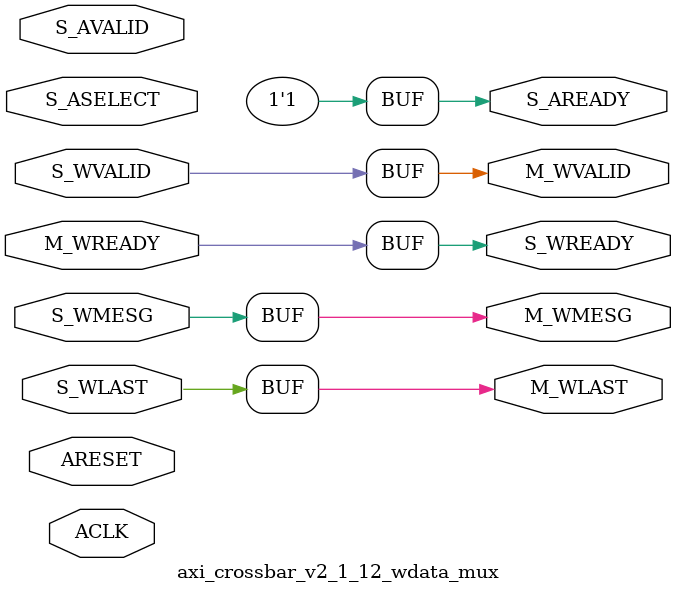
<source format=v>
module axi_crossbar_v2_1_12_wdata_mux #
  (
   parameter         C_FAMILY       = "none", 
   parameter integer C_WMESG_WIDTH            =  1, 
   parameter integer C_NUM_SLAVE_SLOTS     =  1, 
   parameter integer C_SELECT_WIDTH      =  1, 
   parameter integer C_FIFO_DEPTH_LOG     =  0 
   )
  (
   input  wire                                        ACLK,
   input  wire                                        ARESET,
   input  wire [C_NUM_SLAVE_SLOTS*C_WMESG_WIDTH-1:0]     S_WMESG,
   input  wire [C_NUM_SLAVE_SLOTS-1:0]                S_WLAST,
   input  wire [C_NUM_SLAVE_SLOTS-1:0]                S_WVALID,
   output wire [C_NUM_SLAVE_SLOTS-1:0]                S_WREADY,
   output wire [C_WMESG_WIDTH-1:0]                       M_WMESG,
   output wire                                        M_WLAST,
   output wire                                        M_WVALID,
   input  wire                                        M_WREADY,
   input  wire [C_SELECT_WIDTH-1:0]                 S_ASELECT,  
   input  wire                                        S_AVALID,
   output wire                                        S_AREADY
   );
  localparam integer P_FIFO_DEPTH_LOG = (C_FIFO_DEPTH_LOG <= 5) ? C_FIFO_DEPTH_LOG : 5;  
  function [C_NUM_SLAVE_SLOTS-1:0] f_decoder (
      input [C_SELECT_WIDTH-1:0] sel
    );
    integer i;
    begin
      for (i=0; i<C_NUM_SLAVE_SLOTS; i=i+1) begin
        f_decoder[i] = (sel == i);
      end
    end
  endfunction
  wire                                          m_valid_i;
  wire                                          m_last_i;
  wire [C_NUM_SLAVE_SLOTS-1:0]             m_select_hot;
  wire [C_SELECT_WIDTH-1:0]                 m_select_enc;
  wire                                          m_avalid;
  wire                                          m_aready;
  generate
    if (C_NUM_SLAVE_SLOTS>1) begin : gen_wmux
      axi_data_fifo_v2_1_10_axic_reg_srl_fifo #
        (
         .C_FAMILY          (C_FAMILY),
         .C_FIFO_WIDTH      (C_SELECT_WIDTH),
         .C_FIFO_DEPTH_LOG  (P_FIFO_DEPTH_LOG),
         .C_USE_FULL        (0)
         )
        wmux_aw_fifo
          (
           .ACLK    (ACLK),
           .ARESET  (ARESET),
           .S_MESG  (S_ASELECT),
           .S_VALID (S_AVALID),
           .S_READY (S_AREADY),
           .M_MESG  (m_select_enc),
           .M_VALID (m_avalid),
           .M_READY (m_aready)
           );
      assign m_select_hot = f_decoder(m_select_enc);
      generic_baseblocks_v2_1_0_mux_enc # 
        (
         .C_FAMILY      ("rtl"),
         .C_RATIO       (C_NUM_SLAVE_SLOTS),
         .C_SEL_WIDTH   (C_SELECT_WIDTH),
         .C_DATA_WIDTH  (C_WMESG_WIDTH)
        ) mux_w 
        (
         .S   (m_select_enc),
         .A   (S_WMESG),
         .O   (M_WMESG),
         .OE  (1'b1)
        ); 
      assign m_last_i  = |(S_WLAST & m_select_hot);
      assign m_valid_i = |(S_WVALID & m_select_hot);
      assign m_aready = m_valid_i & m_avalid & m_last_i & M_WREADY;
      assign M_WLAST = m_last_i;
      assign M_WVALID = m_valid_i & m_avalid;
      assign S_WREADY = m_select_hot & {C_NUM_SLAVE_SLOTS{m_avalid & M_WREADY}};
    end else begin : gen_no_wmux
      assign S_AREADY = 1'b1;
      assign M_WVALID = S_WVALID;
      assign S_WREADY = M_WREADY;
      assign M_WLAST = S_WLAST;
      assign M_WMESG = S_WMESG;
    end
  endgenerate
endmodule
</source>
